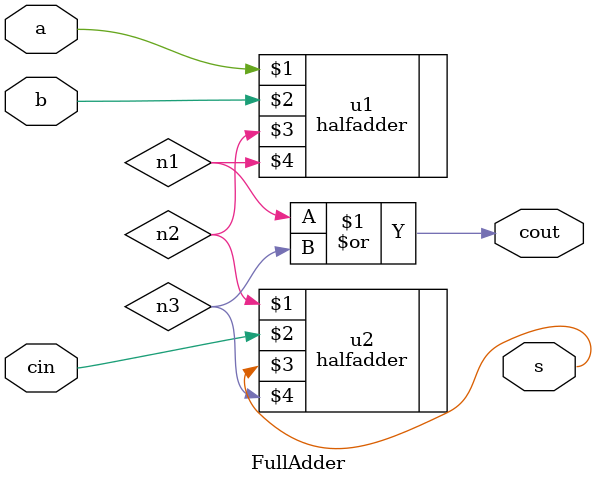
<source format=v>

module FullAdder(a,b,cin,s,cout);

	input a,b,cin;
	output s,cout;
	wire n1, n2, n3;

	halfadder u1(a,b,n2,n1);
	halfadder u2(n2,cin,s,n3);
	or(cout,n1,n3);

endmodule

</source>
